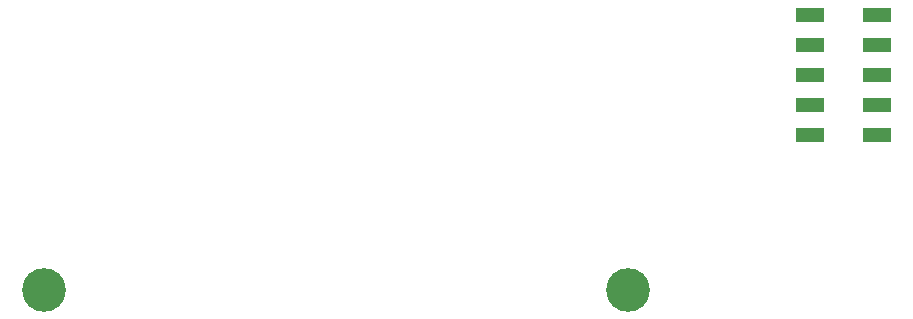
<source format=gbs>
G75*
%MOIN*%
%OFA0B0*%
%FSLAX25Y25*%
%IPPOS*%
%LPD*%
%AMOC8*
5,1,8,0,0,1.08239X$1,22.5*
%
%ADD10C,0.14580*%
%ADD11R,0.09550X0.04800*%
D10*
X0132898Y0106453D03*
X0327780Y0106453D03*
D11*
X0388505Y0158107D03*
X0410755Y0158107D03*
X0410755Y0168107D03*
X0388505Y0168107D03*
X0388505Y0178107D03*
X0410755Y0178107D03*
X0410755Y0188107D03*
X0388505Y0188107D03*
X0388505Y0198107D03*
X0410755Y0198107D03*
M02*

</source>
